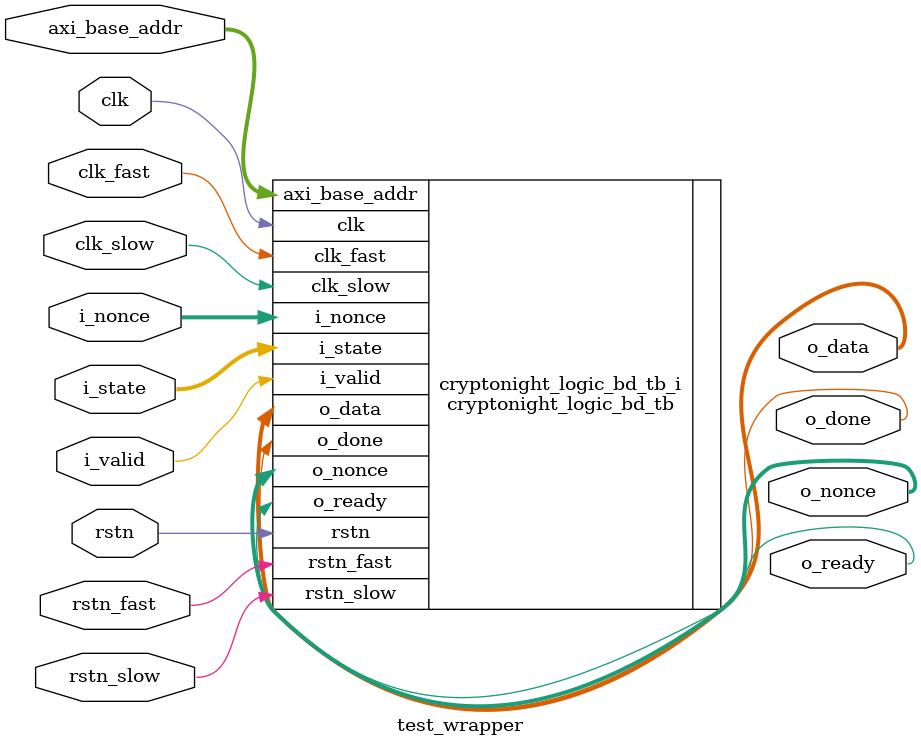
<source format=v>
`timescale 1 ps / 1 ps

module test_wrapper
   (axi_base_addr,
    clk,
    clk_fast,
    clk_slow,
    i_nonce,
    i_state,
    i_valid,
    o_data,
    o_done,
    o_nonce,
    o_ready,
    rstn,
    rstn_fast,
    rstn_slow);
  input [63:0]axi_base_addr;
  input clk;
  input clk_fast;
  input clk_slow;
  input [7:0]i_nonce;
  input [1599:0]i_state;
  input i_valid;
  output [1599:0]o_data;
  output o_done;
  output [7:0]o_nonce;
  output o_ready;
  input rstn;
  input rstn_fast;
  input rstn_slow;

  wire [63:0]axi_base_addr;
  wire clk;
  wire clk_fast;
  wire clk_slow;
  wire [7:0]i_nonce;
  wire [1599:0]i_state;
  wire i_valid;
  wire [1599:0]o_data;
  wire o_done;
  wire [7:0]o_nonce;
  wire o_ready;
  wire rstn;
  wire rstn_fast;
  wire rstn_slow;

  cryptonight_logic_bd_tb cryptonight_logic_bd_tb_i
       (.axi_base_addr(axi_base_addr),
        .clk(clk),
        .clk_fast(clk_fast),
        .clk_slow(clk_slow),
        .i_nonce(i_nonce),
        .i_state(i_state),
        .i_valid(i_valid),
        .o_data(o_data),
        .o_done(o_done),
        .o_nonce(o_nonce),
        .o_ready(o_ready),
        .rstn(rstn),
        .rstn_fast(rstn_fast),
        .rstn_slow(rstn_slow));
endmodule

</source>
